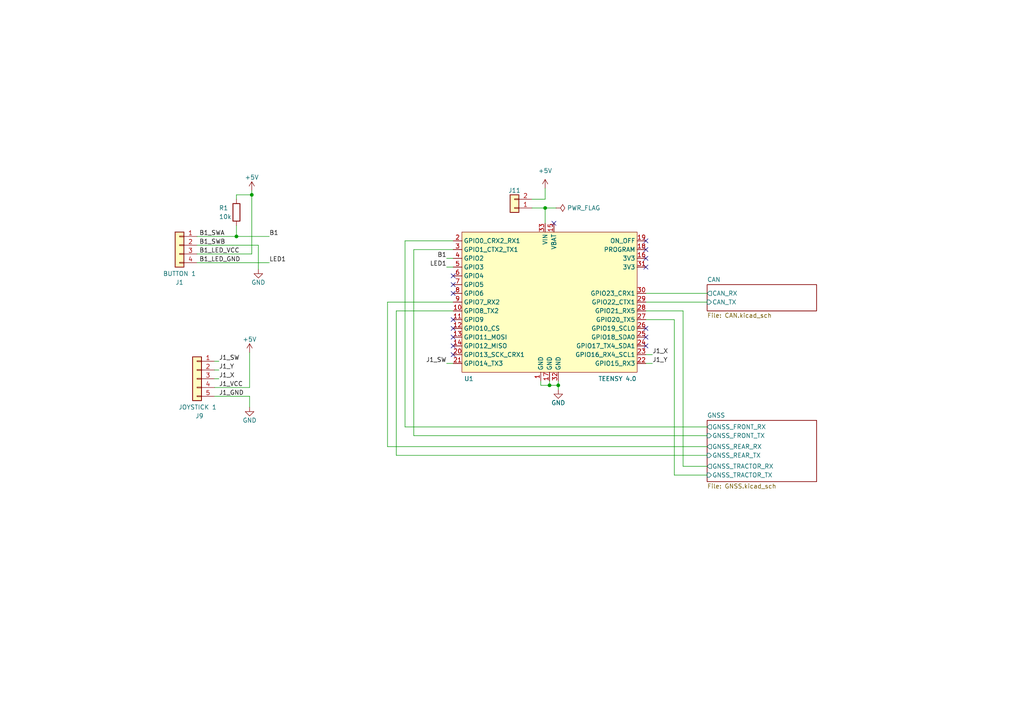
<source format=kicad_sch>
(kicad_sch (version 20230121) (generator eeschema)
  (paper "A4")
  (title_block (title "GPS and IMU Simulator") (date "2025-03-04") (rev "V1.0") (company "(C) andy@britishideas.com 2025") (comment 1 "For personal use only, no commercial use") (comment 2 "Provided as-is, no warranty express or implied. Use at your own risk"))
  (lib_symbols
    (symbol "BritishIdeas2:Teensy_4.0"
      (property "Reference" "U" (at -27.94 -15.24 0))
      (symbol "Teensy_4.0_1_1"
        (rectangle (start 0 123.19) (end 50.8 82.55) (fill (type background)))
        (pin power_in line (at 22.86 80.01 90) (length 2.54) (name "GND") (number "1"))
        (pin passive line (at -2.54 100.33 0) (length 2.54) (name "GPIO8_TX2") (number "10"))
        (pin passive line (at -2.54 97.79 0) (length 2.54) (name "GPIO9") (number "11"))
        (pin passive line (at -2.54 95.25 0) (length 2.54) (name "GPIO10_CS") (number "12"))
        (pin passive line (at -2.54 92.71 0) (length 2.54) (name "GPIO11_MOSI") (number "13"))
        (pin passive line (at -2.54 90.17 0) (length 2.54) (name "GPIO12_MISO") (number "14"))
        (pin power_in line (at 26.67 125.73 270) (length 2.54) (name "VBAT") (number "15"))
        (pin power_out line (at 53.34 115.57 180) (length 2.54) (name "3V3") (number "16"))
        (pin power_in line (at 25.4 80.01 90) (length 2.54) (name "GND") (number "17"))
        (pin input line (at 53.34 118.11 180) (length 2.54) (name "PROGRAM") (number "18"))
        (pin input line (at 53.34 120.65 180) (length 2.54) (name "ON_OFF") (number "19"))
        (pin passive line (at -2.54 120.65 0) (length 2.54) (name "GPIO0_CRX2_RX1") (number "2"))
        (pin passive line (at -2.54 87.63 0) (length 2.54) (name "GPIO13_SCK_CRX1") (number "20"))
        (pin passive line (at -2.54 85.09 0) (length 2.54) (name "GPIO14_TX3") (number "21"))
        (pin passive line (at 53.34 85.09 180) (length 2.54) (name "GPIO15_RX3") (number "22"))
        (pin passive line (at 53.34 87.63 180) (length 2.54) (name "GPIO16_RX4_SCL1") (number "23"))
        (pin passive line (at 53.34 90.17 180) (length 2.54) (name "GPIO17_TX4_SDA1") (number "24"))
        (pin passive line (at 53.34 92.71 180) (length 2.54) (name "GPIO18_SDA0") (number "25"))
        (pin passive line (at 53.34 95.25 180) (length 2.54) (name "GPIO19_SCL0") (number "26"))
        (pin passive line (at 53.34 97.79 180) (length 2.54) (name "GPIO20_TX5") (number "27"))
        (pin passive line (at 53.34 100.33 180) (length 2.54) (name "GPIO21_RX5") (number "28"))
        (pin passive line (at 53.34 102.87 180) (length 2.54) (name "GPIO22_CTX1") (number "29"))
        (pin passive line (at -2.54 118.11 0) (length 2.54) (name "GPIO1_CTX2_TX1") (number "3"))
        (pin passive line (at 53.34 105.41 180) (length 2.54) (name "GPIO23_CRX1") (number "30"))
        (pin power_out line (at 53.34 113.03 180) (length 2.54) (name "3V3") (number "31"))
        (pin power_in line (at 27.94 80.01 90) (length 2.54) (name "GND") (number "32"))
        (pin power_in line (at 24.13 125.73 270) (length 2.54) (name "VIN") (number "33"))
        (pin passive line (at -2.54 115.57 0) (length 2.54) (name "GPIO2") (number "4"))
        (pin passive line (at -2.54 113.03 0) (length 2.54) (name "GPIO3") (number "5"))
        (pin passive line (at -2.54 110.49 0) (length 2.54) (name "GPIO4") (number "6"))
        (pin passive line (at -2.54 107.95 0) (length 2.54) (name "GPIO5") (number "7"))
        (pin passive line (at -2.54 105.41 0) (length 2.54) (name "GPIO6") (number "8"))
        (pin passive line (at -2.54 102.87 0) (length 2.54) (name "GPIO7_RX2") (number "9"))
      )
    )
    (symbol "Connector_Generic:Conn_01x02" (pin_names (offset 1.016) hide)
      (property "Reference" "J" (at 0 2.54 0))
      (property "Value" "Conn_01x02" (at 0 -5.08 0))
      (symbol "Conn_01x02_1_1"
        (rectangle (start -1.27 -2.413) (end 0 -2.667) (stroke (width 0.1524)))
        (rectangle (start -1.27 0.127) (end 0 -0.127) (stroke (width 0.1524)))
        (rectangle (start -1.27 1.27) (end 1.27 -3.81) (stroke (width 0.254)) (fill (type background)))
        (pin passive line (at -5.08 0 0) (length 3.81) (name "Pin_1") (number "1"))
        (pin passive line (at -5.08 -2.54 0) (length 3.81) (name "Pin_2") (number "2"))
      )
    )
    (symbol "Connector_Generic:Conn_01x04" (pin_names (offset 1.016) hide)
      (property "Reference" "J" (at 0 5.08 0))
      (property "Value" "Conn_01x04" (at 0 -7.62 0))
      (symbol "Conn_01x04_1_1"
        (rectangle (start -1.27 -4.953) (end 0 -5.207) (stroke (width 0.1524)))
        (rectangle (start -1.27 -2.413) (end 0 -2.667) (stroke (width 0.1524)))
        (rectangle (start -1.27 0.127) (end 0 -0.127) (stroke (width 0.1524)))
        (rectangle (start -1.27 2.667) (end 0 2.413) (stroke (width 0.1524)))
        (rectangle (start -1.27 3.81) (end 1.27 -6.35) (stroke (width 0.254)) (fill (type background)))
        (pin passive line (at -5.08 2.54 0) (length 3.81) (name "Pin_1") (number "1"))
        (pin passive line (at -5.08 0 0) (length 3.81) (name "Pin_2") (number "2"))
        (pin passive line (at -5.08 -2.54 0) (length 3.81) (name "Pin_3") (number "3"))
        (pin passive line (at -5.08 -5.08 0) (length 3.81) (name "Pin_4") (number "4"))
      )
    )
    (symbol "Connector_Generic:Conn_01x05" (pin_names (offset 1.016) hide)
      (property "Reference" "J" (at 0 7.62 0))
      (property "Value" "Conn_01x05" (at 0 -7.62 0))
      (symbol "Conn_01x05_1_1"
        (rectangle (start -1.27 -4.953) (end 0 -5.207) (stroke (width 0.1524)))
        (rectangle (start -1.27 -2.413) (end 0 -2.667) (stroke (width 0.1524)))
        (rectangle (start -1.27 0.127) (end 0 -0.127) (stroke (width 0.1524)))
        (rectangle (start -1.27 2.667) (end 0 2.413) (stroke (width 0.1524)))
        (rectangle (start -1.27 5.207) (end 0 4.953) (stroke (width 0.1524)))
        (rectangle (start -1.27 6.35) (end 1.27 -6.35) (stroke (width 0.254)) (fill (type background)))
        (pin passive line (at -5.08 5.08 0) (length 3.81) (name "Pin_1") (number "1"))
        (pin passive line (at -5.08 2.54 0) (length 3.81) (name "Pin_2") (number "2"))
        (pin passive line (at -5.08 0 0) (length 3.81) (name "Pin_3") (number "3"))
        (pin passive line (at -5.08 -2.54 0) (length 3.81) (name "Pin_4") (number "4"))
        (pin passive line (at -5.08 -5.08 0) (length 3.81) (name "Pin_5") (number "5"))
      )
    )
    (symbol "Device:R" (pin_numbers hide) (pin_names (offset 0))
      (property "Reference" "R" (at 2.032 0 90))
      (property "Value" "R" (at 0 0 90))
      (symbol "R_0_1"
        (rectangle (start -1.016 -2.54) (end 1.016 2.54) (stroke (width 0.254)))
      )
      (symbol "R_1_1"
        (pin passive line (at 0 3.81 270) (length 1.27) (name "~") (number "1"))
        (pin passive line (at 0 -3.81 90) (length 1.27) (name "~") (number "2"))
      )
    )
    (symbol "power:+5V" (power) (pin_names (offset 0))
      (property "Value" "+5V" (at 0 3.556 0))
      (symbol "+5V_0_1"
        (polyline (pts (xy -0.762 1.27) (xy 0 2.54)))
        (polyline (pts (xy 0 0) (xy 0 2.54)))
        (polyline (pts (xy 0 2.54) (xy 0.762 1.27)))
      )
      (symbol "+5V_1_1"
        (pin power_in line (at 0 0 90) (length 0) hide (name "+5V") (number "1"))
      )
    )
    (symbol "power:GND" (power) (pin_names (offset 0))
      (property "Value" "GND" (at 0 -3.81 0))
      (symbol "GND_0_1"
        (polyline (pts (xy 0 0) (xy 0 -1.27) (xy 1.27 -1.27) (xy 0 -2.54) (xy -1.27 -1.27) (xy 0 -1.27)))
      )
      (symbol "GND_1_1"
        (pin power_in line (at 0 0 270) (length 0) hide (name "GND") (number "1"))
      )
    )
    (symbol "power:PWR_FLAG" (power) (pin_numbers hide) (pin_names (offset 0) hide)
      (property "Value" "PWR_FLAG" (at 0 3.81 0))
      (symbol "PWR_FLAG_0_0"
        (pin power_out line (at 0 0 90) (length 0) (name "pwr") (number "1"))
      )
      (symbol "PWR_FLAG_0_1"
        (polyline (pts (xy 0 0) (xy 0 1.27) (xy -1.016 1.905) (xy 0 2.54) (xy 1.016 1.905) (xy 0 1.27)))
      )
    )
  )
  (junction (at 159.385 111.76))
  (junction (at 158.115 60.325))
  (junction (at 73.025 56.515))
  (junction (at 68.58 68.58))
  (junction (at 161.925 111.76))
  (no_connect (at 187.325 72.39))
  (no_connect (at 131.445 82.55))
  (no_connect (at 131.445 97.79))
  (no_connect (at 131.445 95.25))
  (no_connect (at 131.445 102.87))
  (no_connect (at 187.325 77.47))
  (no_connect (at 131.445 100.33))
  (no_connect (at 187.325 97.79))
  (no_connect (at 131.445 80.01))
  (no_connect (at 160.655 64.77))
  (no_connect (at 187.325 69.85))
  (no_connect (at 187.325 74.93))
  (no_connect (at 187.325 95.25))
  (no_connect (at 131.445 85.09))
  (no_connect (at 187.325 100.33))
  (no_connect (at 131.445 92.71))
  (wire (pts (xy 158.115 57.785) (xy 154.305 57.785)))
  (wire (pts (xy 159.385 111.76) (xy 161.925 111.76)))
  (wire (pts (xy 62.23 107.315) (xy 63.5 107.315)))
  (wire (pts (xy 198.12 135.255) (xy 198.12 90.17)))
  (wire (pts (xy 195.58 137.795) (xy 195.58 92.71)))
  (wire (pts (xy 73.025 56.515) (xy 73.025 73.66)))
  (wire (pts (xy 158.115 60.325) (xy 154.305 60.325)))
  (wire (pts (xy 117.475 69.85) (xy 131.445 69.85)))
  (wire (pts (xy 114.935 132.08) (xy 114.935 90.17)))
  (wire (pts (xy 114.935 90.17) (xy 131.445 90.17)))
  (wire (pts (xy 158.115 60.325) (xy 161.29 60.325)))
  (wire (pts (xy 72.39 102.235) (xy 72.39 112.395)))
  (wire (pts (xy 117.475 69.85) (xy 117.475 123.825)))
  (wire (pts (xy 120.015 72.39) (xy 120.015 126.365)))
  (wire (pts (xy 62.23 109.855) (xy 63.5 109.855)))
  (wire (pts (xy 57.15 73.66) (xy 73.025 73.66)))
  (wire (pts (xy 62.23 114.935) (xy 72.39 114.935)))
  (wire (pts (xy 74.93 71.12) (xy 74.93 78.105)))
  (wire (pts (xy 187.325 85.09) (xy 205.105 85.09)))
  (wire (pts (xy 156.845 111.76) (xy 159.385 111.76)))
  (wire (pts (xy 62.23 104.775) (xy 63.5 104.775)))
  (wire (pts (xy 156.845 110.49) (xy 156.845 111.76)))
  (wire (pts (xy 68.58 57.785) (xy 68.58 56.515)))
  (wire (pts (xy 205.105 132.08) (xy 114.935 132.08)))
  (wire (pts (xy 129.54 74.93) (xy 131.445 74.93)))
  (wire (pts (xy 129.54 77.47) (xy 131.445 77.47)))
  (wire (pts (xy 198.12 90.17) (xy 187.325 90.17)))
  (wire (pts (xy 161.925 110.49) (xy 161.925 111.76)))
  (wire (pts (xy 57.15 76.2) (xy 78.105 76.2)))
  (wire (pts (xy 205.105 126.365) (xy 120.015 126.365)))
  (wire (pts (xy 159.385 110.49) (xy 159.385 111.76)))
  (wire (pts (xy 187.325 102.87) (xy 189.23 102.87)))
  (wire (pts (xy 158.115 54.61) (xy 158.115 57.785)))
  (wire (pts (xy 120.015 72.39) (xy 131.445 72.39)))
  (wire (pts (xy 68.58 56.515) (xy 73.025 56.515)))
  (wire (pts (xy 205.105 123.825) (xy 117.475 123.825)))
  (wire (pts (xy 187.325 87.63) (xy 205.105 87.63)))
  (wire (pts (xy 161.925 111.76) (xy 161.925 113.03)))
  (wire (pts (xy 72.39 118.11) (xy 72.39 114.935)))
  (wire (pts (xy 68.58 68.58) (xy 78.105 68.58)))
  (wire (pts (xy 73.025 55.245) (xy 73.025 56.515)))
  (wire (pts (xy 205.105 137.795) (xy 195.58 137.795)))
  (wire (pts (xy 195.58 92.71) (xy 187.325 92.71)))
  (wire (pts (xy 158.115 60.325) (xy 158.115 64.77)))
  (wire (pts (xy 62.23 112.395) (xy 72.39 112.395)))
  (wire (pts (xy 205.105 135.255) (xy 198.12 135.255)))
  (wire (pts (xy 57.15 71.12) (xy 74.93 71.12)))
  (wire (pts (xy 112.395 87.63) (xy 131.445 87.63)))
  (wire (pts (xy 205.105 129.54) (xy 112.395 129.54)))
  (wire (pts (xy 57.15 68.58) (xy 68.58 68.58)))
  (wire (pts (xy 68.58 65.405) (xy 68.58 68.58)))
  (wire (pts (xy 112.395 129.54) (xy 112.395 87.63)))
  (wire (pts (xy 187.325 105.41) (xy 189.23 105.41)))
  (wire (pts (xy 129.54 105.41) (xy 131.445 105.41)))
  (label "J1_Y" (at 189.23 105.41 0))
  (label "J1_GND" (at 63.5 114.935 0))
  (label "J1_Y" (at 63.5 107.315 0))
  (label "B1_SWB" (at 57.785 71.12 0))
  (label "J1_VCC" (at 63.5 112.395 0))
  (label "B1" (at 129.54 74.93 180))
  (label "B1" (at 78.105 68.58 0))
  (label "B1_LED_VCC" (at 57.785 73.66 0))
  (label "B1_SWA" (at 57.785 68.58 0))
  (label "LED1" (at 129.54 77.47 180))
  (label "LED1" (at 78.105 76.2 0))
  (label "J1_X" (at 189.23 102.87 0))
  (label "J1_SW" (at 63.5 104.775 0))
  (label "B1_LED_GND" (at 57.785 76.2 0))
  (label "J1_X" (at 63.5 109.855 0))
  (label "J1_SW" (at 129.54 105.41 180))
  (symbol (lib_id "power:GND") (at 161.925 113.03 0) (unit 1)
    (property "Reference" "#PWR022" (effects hide))
    (property "Value" "GND" (at 161.925 116.84 0))
  )
  (symbol (lib_id "power:+5V") (at 73.025 55.245 0) (unit 1)
    (property "Reference" "#PWR01" (effects hide))
    (property "Value" "+5V" (at 73.025 51.435 0))
  )
  (symbol (lib_id "Device:R") (at 68.58 61.595 0) (unit 1)
    (property "Reference" "R1" (at 63.5 60.325 0) (effects (justify left)))
    (property "Value" "10k" (at 63.5 62.865 0) (effects (justify left)))
    (property "Footprint" "Resistor_SMD:R_0805_2012Metric" (effects hide))
    (property "LCSC" "C17414" (effects hide))
  )
  (symbol (lib_id "power:GND") (at 74.93 78.105 0) (unit 1)
    (property "Reference" "#PWR05" (effects hide))
    (property "Value" "GND" (at 74.93 81.915 0))
  )
  (symbol (lib_id "Connector_Generic:Conn_01x02") (at 149.225 60.325 180) (unit 1)
    (property "Reference" "J11" (at 149.225 55.245 0))
    (property "Value" "Conn_01x02" (effects hide))
    (property "Footprint" "Connector_PinHeader_2.54mm:PinHeader_1x02_P2.54mm_Vertical" (effects hide))
    (property "LCSC" "C7494857" (effects hide))
  )
  (symbol (lib_id "Connector_Generic:Conn_01x05") (at 57.15 109.855 0) (mirror y) (unit 1)
    (property "Reference" "J9" (at 59.055 120.65 0) (effects (justify left)))
    (property "Value" "JOYSTICK 1" (at 62.865 118.11 0) (effects (justify left)))
    (property "Footprint" "Connector_JST:JST_PH_B5B-PH-K_1x05_P2.00mm_Vertical" (effects hide))
    (property "manf#" "B5B-PH-K-S" (effects hide))
    (property "LCSC" "C157993" (effects hide))
  )
  (symbol (lib_id "power:PWR_FLAG") (at 161.29 60.325 270) (unit 1)
    (property "Reference" "#FLG01" (effects hide))
    (property "Value" "PWR_FLAG" (at 164.465 60.325 90) (effects (justify left)))
  )
  (symbol (lib_id "power:GND") (at 72.39 118.11 0) (unit 1)
    (property "Reference" "#PWR018" (effects hide))
    (property "Value" "GND" (at 72.39 121.92 0))
  )
  (symbol (lib_id "power:+5V") (at 72.39 102.235 0) (unit 1)
    (property "Reference" "#PWR017" (effects hide))
    (property "Value" "+5V" (at 72.39 98.425 0))
  )
  (symbol (lib_id "BritishIdeas2:Teensy_4.0") (at 133.985 190.5 0) (unit 1)
    (property "Reference" "U1" (at 134.62 109.855 0) (effects (justify left)))
    (property "Value" "TEENSY 4.0" (at 179.07 109.855 0))
    (property "Footprint" "Britishideas:Teensy_4.0" (effects hide))
    (property "LCSC" "C2897377" (effects hide))
  )
  (symbol (lib_id "Connector_Generic:Conn_01x04") (at 52.07 71.12 0) (mirror y) (unit 1)
    (property "Reference" "J1" (at 52.07 81.915 0))
    (property "Value" "BUTTON 1" (at 52.07 79.375 0))
    (property "Footprint" "Connector_JST:JST_PH_B4B-PH-K_1x04_P2.00mm_Vertical" (effects hide))
    (property "manf#" "B4B-PH-K-S" (effects hide))
    (property "LCSC" "C131334" (effects hide))
  )
  (symbol (lib_id "power:+5V") (at 158.115 54.61 0) (unit 1)
    (property "Reference" "#PWR021" (effects hide))
    (property "Value" "+5V" (at 158.115 49.53 0))
  )
  (sheet (at 205.105 121.92) (size 31.75 17.78) (stroke (width 0.1524))
    (property "Sheetname" "GNSS" (at 205.105 121.2084 0) (effects (justify left bottom)))
    (property "Sheetfile" "GNSS.kicad_sch" (at 205.105 140.2846 0) (effects (justify left top)))
    (pin "GNSS_REAR_RX" output (at 205.105 129.54 180))
    (pin "GNSS_REAR_TX" input (at 205.105 132.08 180))
    (pin "GNSS_TRACTOR_TX" input (at 205.105 137.795 180))
    (pin "GNSS_FRONT_TX" input (at 205.105 126.365 180))
    (pin "GNSS_FRONT_RX" output (at 205.105 123.825 180))
    (pin "GNSS_TRACTOR_RX" output (at 205.105 135.255 180))
  )
  (sheet (at 205.105 82.55) (size 31.75 7.62) (stroke (width 0.1524))
    (property "Sheetname" "CAN" (at 205.105 81.8384 0) (effects (justify left bottom)))
    (property "Sheetfile" "CAN.kicad_sch" (at 205.105 90.7546 0) (effects (justify left top)))
    (pin "CAN_TX" input (at 205.105 87.63 180))
    (pin "CAN_RX" output (at 205.105 85.09 180))
  )
)
</source>
